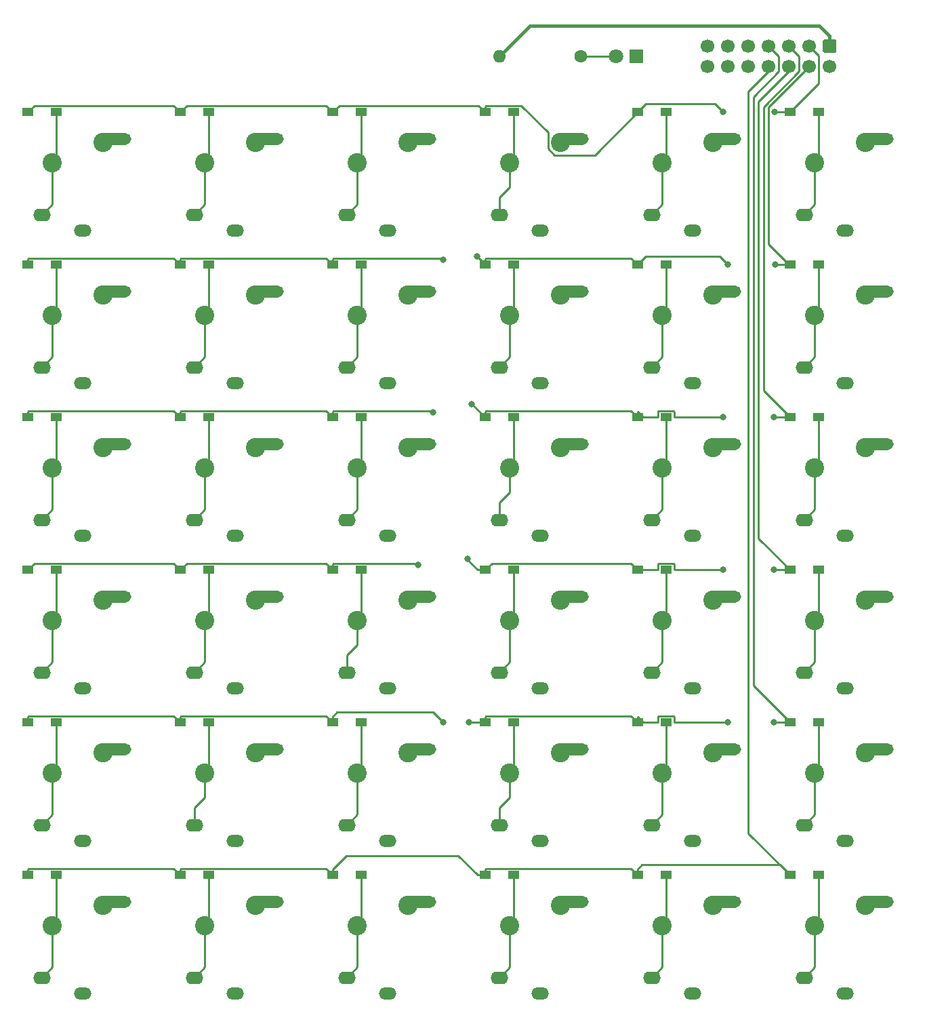
<source format=gbr>
%TF.GenerationSoftware,KiCad,Pcbnew,(5.1.10-1-10_14)*%
%TF.CreationDate,2021-11-08T13:37:15+08:00*%
%TF.ProjectId,Pragmatic,50726167-6d61-4746-9963-2e6b69636164,rev?*%
%TF.SameCoordinates,Original*%
%TF.FileFunction,Copper,L2,Bot*%
%TF.FilePolarity,Positive*%
%FSLAX46Y46*%
G04 Gerber Fmt 4.6, Leading zero omitted, Abs format (unit mm)*
G04 Created by KiCad (PCBNEW (5.1.10-1-10_14)) date 2021-11-08 13:37:15*
%MOMM*%
%LPD*%
G01*
G04 APERTURE LIST*
%TA.AperFunction,ComponentPad*%
%ADD10C,2.400000*%
%TD*%
%TA.AperFunction,ComponentPad*%
%ADD11O,2.200000X1.600000*%
%TD*%
%TA.AperFunction,ComponentPad*%
%ADD12O,2.200000X1.500000*%
%TD*%
%TA.AperFunction,SMDPad,CuDef*%
%ADD13R,1.400000X1.000000*%
%TD*%
%TA.AperFunction,ComponentPad*%
%ADD14O,1.600000X1.600000*%
%TD*%
%TA.AperFunction,ComponentPad*%
%ADD15C,1.600000*%
%TD*%
%TA.AperFunction,ComponentPad*%
%ADD16C,1.700000*%
%TD*%
%TA.AperFunction,ComponentPad*%
%ADD17C,1.800000*%
%TD*%
%TA.AperFunction,ComponentPad*%
%ADD18R,1.800000X1.800000*%
%TD*%
%TA.AperFunction,ViaPad*%
%ADD19C,0.800000*%
%TD*%
%TA.AperFunction,Conductor*%
%ADD20C,0.250000*%
%TD*%
%TA.AperFunction,Conductor*%
%ADD21C,0.400000*%
%TD*%
G04 APERTURE END LIST*
D10*
%TO.P,SW10,2*%
%TO.N,Col10*%
X116840000Y-71120000D03*
%TA.AperFunction,ComponentPad*%
G36*
G01*
X116000126Y-70678797D02*
X116000126Y-70678797D01*
G75*
G02*
X116743552Y-69922281I749971J6545D01*
G01*
X119643442Y-69896975D01*
G75*
G02*
X120399958Y-70640401I6545J-749971D01*
G01*
X120399958Y-70640401D01*
G75*
G02*
X119656532Y-71396917I-749971J-6545D01*
G01*
X116756642Y-71422223D01*
G75*
G02*
X116000126Y-70678797I-6545J749971D01*
G01*
G37*
%TD.AperFunction*%
D11*
%TO.P,SW10,1*%
%TO.N,Net-(D10-Pad2)*%
X109200000Y-80100000D03*
D12*
%TO.P,SW10,2*%
%TO.N,Col10*%
X114300000Y-82100000D03*
D10*
%TO.P,SW10,1*%
%TO.N,Net-(D10-Pad2)*%
X110490000Y-73660000D03*
%TD*%
%TO.P,SW36,2*%
%TO.N,Col12*%
X154940000Y-147320000D03*
%TA.AperFunction,ComponentPad*%
G36*
G01*
X154100126Y-146878797D02*
X154100126Y-146878797D01*
G75*
G02*
X154843552Y-146122281I749971J6545D01*
G01*
X157743442Y-146096975D01*
G75*
G02*
X158499958Y-146840401I6545J-749971D01*
G01*
X158499958Y-146840401D01*
G75*
G02*
X157756532Y-147596917I-749971J-6545D01*
G01*
X154856642Y-147622223D01*
G75*
G02*
X154100126Y-146878797I-6545J749971D01*
G01*
G37*
%TD.AperFunction*%
D11*
%TO.P,SW36,1*%
%TO.N,Net-(D36-Pad2)*%
X147300000Y-156300000D03*
D12*
%TO.P,SW36,2*%
%TO.N,Col12*%
X152400000Y-158300000D03*
D10*
%TO.P,SW36,1*%
%TO.N,Net-(D36-Pad2)*%
X148590000Y-149860000D03*
%TD*%
%TO.P,SW3,2*%
%TO.N,Col9*%
X97790000Y-52070000D03*
%TA.AperFunction,ComponentPad*%
G36*
G01*
X96950126Y-51628797D02*
X96950126Y-51628797D01*
G75*
G02*
X97693552Y-50872281I749971J6545D01*
G01*
X100593442Y-50846975D01*
G75*
G02*
X101349958Y-51590401I6545J-749971D01*
G01*
X101349958Y-51590401D01*
G75*
G02*
X100606532Y-52346917I-749971J-6545D01*
G01*
X97706642Y-52372223D01*
G75*
G02*
X96950126Y-51628797I-6545J749971D01*
G01*
G37*
%TD.AperFunction*%
D11*
%TO.P,SW3,1*%
%TO.N,Net-(D3-Pad2)*%
X90150000Y-61050000D03*
D12*
%TO.P,SW3,2*%
%TO.N,Col9*%
X95250000Y-63050000D03*
D10*
%TO.P,SW3,1*%
%TO.N,Net-(D3-Pad2)*%
X91440000Y-54610000D03*
%TD*%
D13*
%TO.P,D6,2*%
%TO.N,Net-(D6-Pad2)*%
X149095000Y-48260000D03*
%TO.P,D6,1*%
%TO.N,Row1*%
X145545000Y-48260000D03*
%TD*%
D10*
%TO.P,SW2,2*%
%TO.N,Col8*%
X78740000Y-52070000D03*
%TA.AperFunction,ComponentPad*%
G36*
G01*
X77900126Y-51628797D02*
X77900126Y-51628797D01*
G75*
G02*
X78643552Y-50872281I749971J6545D01*
G01*
X81543442Y-50846975D01*
G75*
G02*
X82299958Y-51590401I6545J-749971D01*
G01*
X82299958Y-51590401D01*
G75*
G02*
X81556532Y-52346917I-749971J-6545D01*
G01*
X78656642Y-52372223D01*
G75*
G02*
X77900126Y-51628797I-6545J749971D01*
G01*
G37*
%TD.AperFunction*%
D11*
%TO.P,SW2,1*%
%TO.N,Net-(D2-Pad2)*%
X71100000Y-61050000D03*
D12*
%TO.P,SW2,2*%
%TO.N,Col8*%
X76200000Y-63050000D03*
D10*
%TO.P,SW2,1*%
%TO.N,Net-(D2-Pad2)*%
X72390000Y-54610000D03*
%TD*%
%TO.P,SW29,2*%
%TO.N,Col11*%
X135890000Y-128270000D03*
%TA.AperFunction,ComponentPad*%
G36*
G01*
X135050126Y-127828797D02*
X135050126Y-127828797D01*
G75*
G02*
X135793552Y-127072281I749971J6545D01*
G01*
X138693442Y-127046975D01*
G75*
G02*
X139449958Y-127790401I6545J-749971D01*
G01*
X139449958Y-127790401D01*
G75*
G02*
X138706532Y-128546917I-749971J-6545D01*
G01*
X135806642Y-128572223D01*
G75*
G02*
X135050126Y-127828797I-6545J749971D01*
G01*
G37*
%TD.AperFunction*%
D11*
%TO.P,SW29,1*%
%TO.N,Net-(D29-Pad2)*%
X128250000Y-137250000D03*
D12*
%TO.P,SW29,2*%
%TO.N,Col11*%
X133350000Y-139250000D03*
D10*
%TO.P,SW29,1*%
%TO.N,Net-(D29-Pad2)*%
X129540000Y-130810000D03*
%TD*%
%TO.P,SW28,2*%
%TO.N,Col10*%
X116840000Y-128270000D03*
%TA.AperFunction,ComponentPad*%
G36*
G01*
X116000126Y-127828797D02*
X116000126Y-127828797D01*
G75*
G02*
X116743552Y-127072281I749971J6545D01*
G01*
X119643442Y-127046975D01*
G75*
G02*
X120399958Y-127790401I6545J-749971D01*
G01*
X120399958Y-127790401D01*
G75*
G02*
X119656532Y-128546917I-749971J-6545D01*
G01*
X116756642Y-128572223D01*
G75*
G02*
X116000126Y-127828797I-6545J749971D01*
G01*
G37*
%TD.AperFunction*%
D11*
%TO.P,SW28,1*%
%TO.N,Net-(D28-Pad2)*%
X109200000Y-137250000D03*
D12*
%TO.P,SW28,2*%
%TO.N,Col10*%
X114300000Y-139250000D03*
D10*
%TO.P,SW28,1*%
%TO.N,Net-(D28-Pad2)*%
X110490000Y-130810000D03*
%TD*%
%TO.P,SW24,2*%
%TO.N,Col12*%
X154940000Y-109220000D03*
%TA.AperFunction,ComponentPad*%
G36*
G01*
X154100126Y-108778797D02*
X154100126Y-108778797D01*
G75*
G02*
X154843552Y-108022281I749971J6545D01*
G01*
X157743442Y-107996975D01*
G75*
G02*
X158499958Y-108740401I6545J-749971D01*
G01*
X158499958Y-108740401D01*
G75*
G02*
X157756532Y-109496917I-749971J-6545D01*
G01*
X154856642Y-109522223D01*
G75*
G02*
X154100126Y-108778797I-6545J749971D01*
G01*
G37*
%TD.AperFunction*%
D11*
%TO.P,SW24,1*%
%TO.N,Net-(D24-Pad2)*%
X147300000Y-118200000D03*
D12*
%TO.P,SW24,2*%
%TO.N,Col12*%
X152400000Y-120200000D03*
D10*
%TO.P,SW24,1*%
%TO.N,Net-(D24-Pad2)*%
X148590000Y-111760000D03*
%TD*%
D13*
%TO.P,D3,2*%
%TO.N,Net-(D3-Pad2)*%
X91945000Y-48260000D03*
%TO.P,D3,1*%
%TO.N,Row1*%
X88395000Y-48260000D03*
%TD*%
%TO.P,D2,2*%
%TO.N,Net-(D2-Pad2)*%
X72895000Y-48260000D03*
%TO.P,D2,1*%
%TO.N,Row1*%
X69345000Y-48260000D03*
%TD*%
D10*
%TO.P,SW35,2*%
%TO.N,Col11*%
X135890000Y-147320000D03*
%TA.AperFunction,ComponentPad*%
G36*
G01*
X135050126Y-146878797D02*
X135050126Y-146878797D01*
G75*
G02*
X135793552Y-146122281I749971J6545D01*
G01*
X138693442Y-146096975D01*
G75*
G02*
X139449958Y-146840401I6545J-749971D01*
G01*
X139449958Y-146840401D01*
G75*
G02*
X138706532Y-147596917I-749971J-6545D01*
G01*
X135806642Y-147622223D01*
G75*
G02*
X135050126Y-146878797I-6545J749971D01*
G01*
G37*
%TD.AperFunction*%
D11*
%TO.P,SW35,1*%
%TO.N,Net-(D35-Pad2)*%
X128250000Y-156300000D03*
D12*
%TO.P,SW35,2*%
%TO.N,Col11*%
X133350000Y-158300000D03*
D10*
%TO.P,SW35,1*%
%TO.N,Net-(D35-Pad2)*%
X129540000Y-149860000D03*
%TD*%
%TO.P,SW34,2*%
%TO.N,Col10*%
X116840000Y-147320000D03*
%TA.AperFunction,ComponentPad*%
G36*
G01*
X116000126Y-146878797D02*
X116000126Y-146878797D01*
G75*
G02*
X116743552Y-146122281I749971J6545D01*
G01*
X119643442Y-146096975D01*
G75*
G02*
X120399958Y-146840401I6545J-749971D01*
G01*
X120399958Y-146840401D01*
G75*
G02*
X119656532Y-147596917I-749971J-6545D01*
G01*
X116756642Y-147622223D01*
G75*
G02*
X116000126Y-146878797I-6545J749971D01*
G01*
G37*
%TD.AperFunction*%
D11*
%TO.P,SW34,1*%
%TO.N,Net-(D34-Pad2)*%
X109200000Y-156300000D03*
D12*
%TO.P,SW34,2*%
%TO.N,Col10*%
X114300000Y-158300000D03*
D10*
%TO.P,SW34,1*%
%TO.N,Net-(D34-Pad2)*%
X110490000Y-149860000D03*
%TD*%
%TO.P,SW33,2*%
%TO.N,Col9*%
X97790000Y-147320000D03*
%TA.AperFunction,ComponentPad*%
G36*
G01*
X96950126Y-146878797D02*
X96950126Y-146878797D01*
G75*
G02*
X97693552Y-146122281I749971J6545D01*
G01*
X100593442Y-146096975D01*
G75*
G02*
X101349958Y-146840401I6545J-749971D01*
G01*
X101349958Y-146840401D01*
G75*
G02*
X100606532Y-147596917I-749971J-6545D01*
G01*
X97706642Y-147622223D01*
G75*
G02*
X96950126Y-146878797I-6545J749971D01*
G01*
G37*
%TD.AperFunction*%
D11*
%TO.P,SW33,1*%
%TO.N,Net-(D33-Pad2)*%
X90150000Y-156300000D03*
D12*
%TO.P,SW33,2*%
%TO.N,Col9*%
X95250000Y-158300000D03*
D10*
%TO.P,SW33,1*%
%TO.N,Net-(D33-Pad2)*%
X91440000Y-149860000D03*
%TD*%
%TO.P,SW32,2*%
%TO.N,Col8*%
X78740000Y-147320000D03*
%TA.AperFunction,ComponentPad*%
G36*
G01*
X77900126Y-146878797D02*
X77900126Y-146878797D01*
G75*
G02*
X78643552Y-146122281I749971J6545D01*
G01*
X81543442Y-146096975D01*
G75*
G02*
X82299958Y-146840401I6545J-749971D01*
G01*
X82299958Y-146840401D01*
G75*
G02*
X81556532Y-147596917I-749971J-6545D01*
G01*
X78656642Y-147622223D01*
G75*
G02*
X77900126Y-146878797I-6545J749971D01*
G01*
G37*
%TD.AperFunction*%
D11*
%TO.P,SW32,1*%
%TO.N,Net-(D32-Pad2)*%
X71100000Y-156300000D03*
D12*
%TO.P,SW32,2*%
%TO.N,Col8*%
X76200000Y-158300000D03*
D10*
%TO.P,SW32,1*%
%TO.N,Net-(D32-Pad2)*%
X72390000Y-149860000D03*
%TD*%
%TO.P,SW31,2*%
%TO.N,Col7*%
X59690000Y-147320000D03*
%TA.AperFunction,ComponentPad*%
G36*
G01*
X58850126Y-146878797D02*
X58850126Y-146878797D01*
G75*
G02*
X59593552Y-146122281I749971J6545D01*
G01*
X62493442Y-146096975D01*
G75*
G02*
X63249958Y-146840401I6545J-749971D01*
G01*
X63249958Y-146840401D01*
G75*
G02*
X62506532Y-147596917I-749971J-6545D01*
G01*
X59606642Y-147622223D01*
G75*
G02*
X58850126Y-146878797I-6545J749971D01*
G01*
G37*
%TD.AperFunction*%
D11*
%TO.P,SW31,1*%
%TO.N,Net-(D31-Pad2)*%
X52050000Y-156300000D03*
D12*
%TO.P,SW31,2*%
%TO.N,Col7*%
X57150000Y-158300000D03*
D10*
%TO.P,SW31,1*%
%TO.N,Net-(D31-Pad2)*%
X53340000Y-149860000D03*
%TD*%
%TO.P,SW30,2*%
%TO.N,Col12*%
X154940000Y-128270000D03*
%TA.AperFunction,ComponentPad*%
G36*
G01*
X154100126Y-127828797D02*
X154100126Y-127828797D01*
G75*
G02*
X154843552Y-127072281I749971J6545D01*
G01*
X157743442Y-127046975D01*
G75*
G02*
X158499958Y-127790401I6545J-749971D01*
G01*
X158499958Y-127790401D01*
G75*
G02*
X157756532Y-128546917I-749971J-6545D01*
G01*
X154856642Y-128572223D01*
G75*
G02*
X154100126Y-127828797I-6545J749971D01*
G01*
G37*
%TD.AperFunction*%
D11*
%TO.P,SW30,1*%
%TO.N,Net-(D30-Pad2)*%
X147300000Y-137250000D03*
D12*
%TO.P,SW30,2*%
%TO.N,Col12*%
X152400000Y-139250000D03*
D10*
%TO.P,SW30,1*%
%TO.N,Net-(D30-Pad2)*%
X148590000Y-130810000D03*
%TD*%
%TO.P,SW27,2*%
%TO.N,Col9*%
X97790000Y-128270000D03*
%TA.AperFunction,ComponentPad*%
G36*
G01*
X96950126Y-127828797D02*
X96950126Y-127828797D01*
G75*
G02*
X97693552Y-127072281I749971J6545D01*
G01*
X100593442Y-127046975D01*
G75*
G02*
X101349958Y-127790401I6545J-749971D01*
G01*
X101349958Y-127790401D01*
G75*
G02*
X100606532Y-128546917I-749971J-6545D01*
G01*
X97706642Y-128572223D01*
G75*
G02*
X96950126Y-127828797I-6545J749971D01*
G01*
G37*
%TD.AperFunction*%
D11*
%TO.P,SW27,1*%
%TO.N,Net-(D27-Pad2)*%
X90150000Y-137250000D03*
D12*
%TO.P,SW27,2*%
%TO.N,Col9*%
X95250000Y-139250000D03*
D10*
%TO.P,SW27,1*%
%TO.N,Net-(D27-Pad2)*%
X91440000Y-130810000D03*
%TD*%
%TO.P,SW26,2*%
%TO.N,Col8*%
X78740000Y-128270000D03*
%TA.AperFunction,ComponentPad*%
G36*
G01*
X77900126Y-127828797D02*
X77900126Y-127828797D01*
G75*
G02*
X78643552Y-127072281I749971J6545D01*
G01*
X81543442Y-127046975D01*
G75*
G02*
X82299958Y-127790401I6545J-749971D01*
G01*
X82299958Y-127790401D01*
G75*
G02*
X81556532Y-128546917I-749971J-6545D01*
G01*
X78656642Y-128572223D01*
G75*
G02*
X77900126Y-127828797I-6545J749971D01*
G01*
G37*
%TD.AperFunction*%
D11*
%TO.P,SW26,1*%
%TO.N,Net-(D26-Pad2)*%
X71100000Y-137250000D03*
D12*
%TO.P,SW26,2*%
%TO.N,Col8*%
X76200000Y-139250000D03*
D10*
%TO.P,SW26,1*%
%TO.N,Net-(D26-Pad2)*%
X72390000Y-130810000D03*
%TD*%
%TO.P,SW25,2*%
%TO.N,Col7*%
X59690000Y-128270000D03*
%TA.AperFunction,ComponentPad*%
G36*
G01*
X58850126Y-127828797D02*
X58850126Y-127828797D01*
G75*
G02*
X59593552Y-127072281I749971J6545D01*
G01*
X62493442Y-127046975D01*
G75*
G02*
X63249958Y-127790401I6545J-749971D01*
G01*
X63249958Y-127790401D01*
G75*
G02*
X62506532Y-128546917I-749971J-6545D01*
G01*
X59606642Y-128572223D01*
G75*
G02*
X58850126Y-127828797I-6545J749971D01*
G01*
G37*
%TD.AperFunction*%
D11*
%TO.P,SW25,1*%
%TO.N,Net-(D25-Pad2)*%
X52050000Y-137250000D03*
D12*
%TO.P,SW25,2*%
%TO.N,Col7*%
X57150000Y-139250000D03*
D10*
%TO.P,SW25,1*%
%TO.N,Net-(D25-Pad2)*%
X53340000Y-130810000D03*
%TD*%
%TO.P,SW23,2*%
%TO.N,Col11*%
X135890000Y-109220000D03*
%TA.AperFunction,ComponentPad*%
G36*
G01*
X135050126Y-108778797D02*
X135050126Y-108778797D01*
G75*
G02*
X135793552Y-108022281I749971J6545D01*
G01*
X138693442Y-107996975D01*
G75*
G02*
X139449958Y-108740401I6545J-749971D01*
G01*
X139449958Y-108740401D01*
G75*
G02*
X138706532Y-109496917I-749971J-6545D01*
G01*
X135806642Y-109522223D01*
G75*
G02*
X135050126Y-108778797I-6545J749971D01*
G01*
G37*
%TD.AperFunction*%
D11*
%TO.P,SW23,1*%
%TO.N,Net-(D23-Pad2)*%
X128250000Y-118200000D03*
D12*
%TO.P,SW23,2*%
%TO.N,Col11*%
X133350000Y-120200000D03*
D10*
%TO.P,SW23,1*%
%TO.N,Net-(D23-Pad2)*%
X129540000Y-111760000D03*
%TD*%
%TO.P,SW22,2*%
%TO.N,Col10*%
X116840000Y-109220000D03*
%TA.AperFunction,ComponentPad*%
G36*
G01*
X116000126Y-108778797D02*
X116000126Y-108778797D01*
G75*
G02*
X116743552Y-108022281I749971J6545D01*
G01*
X119643442Y-107996975D01*
G75*
G02*
X120399958Y-108740401I6545J-749971D01*
G01*
X120399958Y-108740401D01*
G75*
G02*
X119656532Y-109496917I-749971J-6545D01*
G01*
X116756642Y-109522223D01*
G75*
G02*
X116000126Y-108778797I-6545J749971D01*
G01*
G37*
%TD.AperFunction*%
D11*
%TO.P,SW22,1*%
%TO.N,Net-(D22-Pad2)*%
X109200000Y-118200000D03*
D12*
%TO.P,SW22,2*%
%TO.N,Col10*%
X114300000Y-120200000D03*
D10*
%TO.P,SW22,1*%
%TO.N,Net-(D22-Pad2)*%
X110490000Y-111760000D03*
%TD*%
%TO.P,SW21,2*%
%TO.N,Col9*%
X97790000Y-109220000D03*
%TA.AperFunction,ComponentPad*%
G36*
G01*
X96950126Y-108778797D02*
X96950126Y-108778797D01*
G75*
G02*
X97693552Y-108022281I749971J6545D01*
G01*
X100593442Y-107996975D01*
G75*
G02*
X101349958Y-108740401I6545J-749971D01*
G01*
X101349958Y-108740401D01*
G75*
G02*
X100606532Y-109496917I-749971J-6545D01*
G01*
X97706642Y-109522223D01*
G75*
G02*
X96950126Y-108778797I-6545J749971D01*
G01*
G37*
%TD.AperFunction*%
D11*
%TO.P,SW21,1*%
%TO.N,Net-(D21-Pad2)*%
X90150000Y-118200000D03*
D12*
%TO.P,SW21,2*%
%TO.N,Col9*%
X95250000Y-120200000D03*
D10*
%TO.P,SW21,1*%
%TO.N,Net-(D21-Pad2)*%
X91440000Y-111760000D03*
%TD*%
%TO.P,SW20,2*%
%TO.N,Col8*%
X78740000Y-109220000D03*
%TA.AperFunction,ComponentPad*%
G36*
G01*
X77900126Y-108778797D02*
X77900126Y-108778797D01*
G75*
G02*
X78643552Y-108022281I749971J6545D01*
G01*
X81543442Y-107996975D01*
G75*
G02*
X82299958Y-108740401I6545J-749971D01*
G01*
X82299958Y-108740401D01*
G75*
G02*
X81556532Y-109496917I-749971J-6545D01*
G01*
X78656642Y-109522223D01*
G75*
G02*
X77900126Y-108778797I-6545J749971D01*
G01*
G37*
%TD.AperFunction*%
D11*
%TO.P,SW20,1*%
%TO.N,Net-(D20-Pad2)*%
X71100000Y-118200000D03*
D12*
%TO.P,SW20,2*%
%TO.N,Col8*%
X76200000Y-120200000D03*
D10*
%TO.P,SW20,1*%
%TO.N,Net-(D20-Pad2)*%
X72390000Y-111760000D03*
%TD*%
%TO.P,SW19,2*%
%TO.N,Col7*%
X59690000Y-109220000D03*
%TA.AperFunction,ComponentPad*%
G36*
G01*
X58850126Y-108778797D02*
X58850126Y-108778797D01*
G75*
G02*
X59593552Y-108022281I749971J6545D01*
G01*
X62493442Y-107996975D01*
G75*
G02*
X63249958Y-108740401I6545J-749971D01*
G01*
X63249958Y-108740401D01*
G75*
G02*
X62506532Y-109496917I-749971J-6545D01*
G01*
X59606642Y-109522223D01*
G75*
G02*
X58850126Y-108778797I-6545J749971D01*
G01*
G37*
%TD.AperFunction*%
D11*
%TO.P,SW19,1*%
%TO.N,Net-(D19-Pad2)*%
X52050000Y-118200000D03*
D12*
%TO.P,SW19,2*%
%TO.N,Col7*%
X57150000Y-120200000D03*
D10*
%TO.P,SW19,1*%
%TO.N,Net-(D19-Pad2)*%
X53340000Y-111760000D03*
%TD*%
%TO.P,SW18,2*%
%TO.N,Col12*%
X154940000Y-90170000D03*
%TA.AperFunction,ComponentPad*%
G36*
G01*
X154100126Y-89728797D02*
X154100126Y-89728797D01*
G75*
G02*
X154843552Y-88972281I749971J6545D01*
G01*
X157743442Y-88946975D01*
G75*
G02*
X158499958Y-89690401I6545J-749971D01*
G01*
X158499958Y-89690401D01*
G75*
G02*
X157756532Y-90446917I-749971J-6545D01*
G01*
X154856642Y-90472223D01*
G75*
G02*
X154100126Y-89728797I-6545J749971D01*
G01*
G37*
%TD.AperFunction*%
D11*
%TO.P,SW18,1*%
%TO.N,Net-(D18-Pad2)*%
X147300000Y-99150000D03*
D12*
%TO.P,SW18,2*%
%TO.N,Col12*%
X152400000Y-101150000D03*
D10*
%TO.P,SW18,1*%
%TO.N,Net-(D18-Pad2)*%
X148590000Y-92710000D03*
%TD*%
%TO.P,SW17,2*%
%TO.N,Col11*%
X135890000Y-90170000D03*
%TA.AperFunction,ComponentPad*%
G36*
G01*
X135050126Y-89728797D02*
X135050126Y-89728797D01*
G75*
G02*
X135793552Y-88972281I749971J6545D01*
G01*
X138693442Y-88946975D01*
G75*
G02*
X139449958Y-89690401I6545J-749971D01*
G01*
X139449958Y-89690401D01*
G75*
G02*
X138706532Y-90446917I-749971J-6545D01*
G01*
X135806642Y-90472223D01*
G75*
G02*
X135050126Y-89728797I-6545J749971D01*
G01*
G37*
%TD.AperFunction*%
D11*
%TO.P,SW17,1*%
%TO.N,Net-(D17-Pad2)*%
X128250000Y-99150000D03*
D12*
%TO.P,SW17,2*%
%TO.N,Col11*%
X133350000Y-101150000D03*
D10*
%TO.P,SW17,1*%
%TO.N,Net-(D17-Pad2)*%
X129540000Y-92710000D03*
%TD*%
%TO.P,SW16,2*%
%TO.N,Col10*%
X116840000Y-90170000D03*
%TA.AperFunction,ComponentPad*%
G36*
G01*
X116000126Y-89728797D02*
X116000126Y-89728797D01*
G75*
G02*
X116743552Y-88972281I749971J6545D01*
G01*
X119643442Y-88946975D01*
G75*
G02*
X120399958Y-89690401I6545J-749971D01*
G01*
X120399958Y-89690401D01*
G75*
G02*
X119656532Y-90446917I-749971J-6545D01*
G01*
X116756642Y-90472223D01*
G75*
G02*
X116000126Y-89728797I-6545J749971D01*
G01*
G37*
%TD.AperFunction*%
D11*
%TO.P,SW16,1*%
%TO.N,Net-(D16-Pad2)*%
X109200000Y-99150000D03*
D12*
%TO.P,SW16,2*%
%TO.N,Col10*%
X114300000Y-101150000D03*
D10*
%TO.P,SW16,1*%
%TO.N,Net-(D16-Pad2)*%
X110490000Y-92710000D03*
%TD*%
%TO.P,SW15,2*%
%TO.N,Col9*%
X97790000Y-90170000D03*
%TA.AperFunction,ComponentPad*%
G36*
G01*
X96950126Y-89728797D02*
X96950126Y-89728797D01*
G75*
G02*
X97693552Y-88972281I749971J6545D01*
G01*
X100593442Y-88946975D01*
G75*
G02*
X101349958Y-89690401I6545J-749971D01*
G01*
X101349958Y-89690401D01*
G75*
G02*
X100606532Y-90446917I-749971J-6545D01*
G01*
X97706642Y-90472223D01*
G75*
G02*
X96950126Y-89728797I-6545J749971D01*
G01*
G37*
%TD.AperFunction*%
D11*
%TO.P,SW15,1*%
%TO.N,Net-(D15-Pad2)*%
X90150000Y-99150000D03*
D12*
%TO.P,SW15,2*%
%TO.N,Col9*%
X95250000Y-101150000D03*
D10*
%TO.P,SW15,1*%
%TO.N,Net-(D15-Pad2)*%
X91440000Y-92710000D03*
%TD*%
%TO.P,SW14,2*%
%TO.N,Col8*%
X78740000Y-90170000D03*
%TA.AperFunction,ComponentPad*%
G36*
G01*
X77900126Y-89728797D02*
X77900126Y-89728797D01*
G75*
G02*
X78643552Y-88972281I749971J6545D01*
G01*
X81543442Y-88946975D01*
G75*
G02*
X82299958Y-89690401I6545J-749971D01*
G01*
X82299958Y-89690401D01*
G75*
G02*
X81556532Y-90446917I-749971J-6545D01*
G01*
X78656642Y-90472223D01*
G75*
G02*
X77900126Y-89728797I-6545J749971D01*
G01*
G37*
%TD.AperFunction*%
D11*
%TO.P,SW14,1*%
%TO.N,Net-(D14-Pad2)*%
X71100000Y-99150000D03*
D12*
%TO.P,SW14,2*%
%TO.N,Col8*%
X76200000Y-101150000D03*
D10*
%TO.P,SW14,1*%
%TO.N,Net-(D14-Pad2)*%
X72390000Y-92710000D03*
%TD*%
%TO.P,SW13,2*%
%TO.N,Col7*%
X59690000Y-90170000D03*
%TA.AperFunction,ComponentPad*%
G36*
G01*
X58850126Y-89728797D02*
X58850126Y-89728797D01*
G75*
G02*
X59593552Y-88972281I749971J6545D01*
G01*
X62493442Y-88946975D01*
G75*
G02*
X63249958Y-89690401I6545J-749971D01*
G01*
X63249958Y-89690401D01*
G75*
G02*
X62506532Y-90446917I-749971J-6545D01*
G01*
X59606642Y-90472223D01*
G75*
G02*
X58850126Y-89728797I-6545J749971D01*
G01*
G37*
%TD.AperFunction*%
D11*
%TO.P,SW13,1*%
%TO.N,Net-(D13-Pad2)*%
X52050000Y-99150000D03*
D12*
%TO.P,SW13,2*%
%TO.N,Col7*%
X57150000Y-101150000D03*
D10*
%TO.P,SW13,1*%
%TO.N,Net-(D13-Pad2)*%
X53340000Y-92710000D03*
%TD*%
%TO.P,SW12,2*%
%TO.N,Col12*%
X154940000Y-71120000D03*
%TA.AperFunction,ComponentPad*%
G36*
G01*
X154100126Y-70678797D02*
X154100126Y-70678797D01*
G75*
G02*
X154843552Y-69922281I749971J6545D01*
G01*
X157743442Y-69896975D01*
G75*
G02*
X158499958Y-70640401I6545J-749971D01*
G01*
X158499958Y-70640401D01*
G75*
G02*
X157756532Y-71396917I-749971J-6545D01*
G01*
X154856642Y-71422223D01*
G75*
G02*
X154100126Y-70678797I-6545J749971D01*
G01*
G37*
%TD.AperFunction*%
D11*
%TO.P,SW12,1*%
%TO.N,Net-(D12-Pad2)*%
X147300000Y-80100000D03*
D12*
%TO.P,SW12,2*%
%TO.N,Col12*%
X152400000Y-82100000D03*
D10*
%TO.P,SW12,1*%
%TO.N,Net-(D12-Pad2)*%
X148590000Y-73660000D03*
%TD*%
%TO.P,SW11,2*%
%TO.N,Col11*%
X135890000Y-71120000D03*
%TA.AperFunction,ComponentPad*%
G36*
G01*
X135050126Y-70678797D02*
X135050126Y-70678797D01*
G75*
G02*
X135793552Y-69922281I749971J6545D01*
G01*
X138693442Y-69896975D01*
G75*
G02*
X139449958Y-70640401I6545J-749971D01*
G01*
X139449958Y-70640401D01*
G75*
G02*
X138706532Y-71396917I-749971J-6545D01*
G01*
X135806642Y-71422223D01*
G75*
G02*
X135050126Y-70678797I-6545J749971D01*
G01*
G37*
%TD.AperFunction*%
D11*
%TO.P,SW11,1*%
%TO.N,Net-(D11-Pad2)*%
X128250000Y-80100000D03*
D12*
%TO.P,SW11,2*%
%TO.N,Col11*%
X133350000Y-82100000D03*
D10*
%TO.P,SW11,1*%
%TO.N,Net-(D11-Pad2)*%
X129540000Y-73660000D03*
%TD*%
%TO.P,SW9,2*%
%TO.N,Col9*%
X97790000Y-71120000D03*
%TA.AperFunction,ComponentPad*%
G36*
G01*
X96950126Y-70678797D02*
X96950126Y-70678797D01*
G75*
G02*
X97693552Y-69922281I749971J6545D01*
G01*
X100593442Y-69896975D01*
G75*
G02*
X101349958Y-70640401I6545J-749971D01*
G01*
X101349958Y-70640401D01*
G75*
G02*
X100606532Y-71396917I-749971J-6545D01*
G01*
X97706642Y-71422223D01*
G75*
G02*
X96950126Y-70678797I-6545J749971D01*
G01*
G37*
%TD.AperFunction*%
D11*
%TO.P,SW9,1*%
%TO.N,Net-(D9-Pad2)*%
X90150000Y-80100000D03*
D12*
%TO.P,SW9,2*%
%TO.N,Col9*%
X95250000Y-82100000D03*
D10*
%TO.P,SW9,1*%
%TO.N,Net-(D9-Pad2)*%
X91440000Y-73660000D03*
%TD*%
%TO.P,SW8,2*%
%TO.N,Col8*%
X78740000Y-71120000D03*
%TA.AperFunction,ComponentPad*%
G36*
G01*
X77900126Y-70678797D02*
X77900126Y-70678797D01*
G75*
G02*
X78643552Y-69922281I749971J6545D01*
G01*
X81543442Y-69896975D01*
G75*
G02*
X82299958Y-70640401I6545J-749971D01*
G01*
X82299958Y-70640401D01*
G75*
G02*
X81556532Y-71396917I-749971J-6545D01*
G01*
X78656642Y-71422223D01*
G75*
G02*
X77900126Y-70678797I-6545J749971D01*
G01*
G37*
%TD.AperFunction*%
D11*
%TO.P,SW8,1*%
%TO.N,Net-(D8-Pad2)*%
X71100000Y-80100000D03*
D12*
%TO.P,SW8,2*%
%TO.N,Col8*%
X76200000Y-82100000D03*
D10*
%TO.P,SW8,1*%
%TO.N,Net-(D8-Pad2)*%
X72390000Y-73660000D03*
%TD*%
%TO.P,SW7,2*%
%TO.N,Col7*%
X59690000Y-71120000D03*
%TA.AperFunction,ComponentPad*%
G36*
G01*
X58850126Y-70678797D02*
X58850126Y-70678797D01*
G75*
G02*
X59593552Y-69922281I749971J6545D01*
G01*
X62493442Y-69896975D01*
G75*
G02*
X63249958Y-70640401I6545J-749971D01*
G01*
X63249958Y-70640401D01*
G75*
G02*
X62506532Y-71396917I-749971J-6545D01*
G01*
X59606642Y-71422223D01*
G75*
G02*
X58850126Y-70678797I-6545J749971D01*
G01*
G37*
%TD.AperFunction*%
D11*
%TO.P,SW7,1*%
%TO.N,Net-(D7-Pad2)*%
X52050000Y-80100000D03*
D12*
%TO.P,SW7,2*%
%TO.N,Col7*%
X57150000Y-82100000D03*
D10*
%TO.P,SW7,1*%
%TO.N,Net-(D7-Pad2)*%
X53340000Y-73660000D03*
%TD*%
%TO.P,SW6,2*%
%TO.N,Col12*%
X154940000Y-52070000D03*
%TA.AperFunction,ComponentPad*%
G36*
G01*
X154100126Y-51628797D02*
X154100126Y-51628797D01*
G75*
G02*
X154843552Y-50872281I749971J6545D01*
G01*
X157743442Y-50846975D01*
G75*
G02*
X158499958Y-51590401I6545J-749971D01*
G01*
X158499958Y-51590401D01*
G75*
G02*
X157756532Y-52346917I-749971J-6545D01*
G01*
X154856642Y-52372223D01*
G75*
G02*
X154100126Y-51628797I-6545J749971D01*
G01*
G37*
%TD.AperFunction*%
D11*
%TO.P,SW6,1*%
%TO.N,Net-(D6-Pad2)*%
X147300000Y-61050000D03*
D12*
%TO.P,SW6,2*%
%TO.N,Col12*%
X152400000Y-63050000D03*
D10*
%TO.P,SW6,1*%
%TO.N,Net-(D6-Pad2)*%
X148590000Y-54610000D03*
%TD*%
%TO.P,SW5,2*%
%TO.N,Col11*%
X135890000Y-52070000D03*
%TA.AperFunction,ComponentPad*%
G36*
G01*
X135050126Y-51628797D02*
X135050126Y-51628797D01*
G75*
G02*
X135793552Y-50872281I749971J6545D01*
G01*
X138693442Y-50846975D01*
G75*
G02*
X139449958Y-51590401I6545J-749971D01*
G01*
X139449958Y-51590401D01*
G75*
G02*
X138706532Y-52346917I-749971J-6545D01*
G01*
X135806642Y-52372223D01*
G75*
G02*
X135050126Y-51628797I-6545J749971D01*
G01*
G37*
%TD.AperFunction*%
D11*
%TO.P,SW5,1*%
%TO.N,Net-(D5-Pad2)*%
X128250000Y-61050000D03*
D12*
%TO.P,SW5,2*%
%TO.N,Col11*%
X133350000Y-63050000D03*
D10*
%TO.P,SW5,1*%
%TO.N,Net-(D5-Pad2)*%
X129540000Y-54610000D03*
%TD*%
%TO.P,SW4,2*%
%TO.N,Col10*%
X116840000Y-52070000D03*
%TA.AperFunction,ComponentPad*%
G36*
G01*
X116000126Y-51628797D02*
X116000126Y-51628797D01*
G75*
G02*
X116743552Y-50872281I749971J6545D01*
G01*
X119643442Y-50846975D01*
G75*
G02*
X120399958Y-51590401I6545J-749971D01*
G01*
X120399958Y-51590401D01*
G75*
G02*
X119656532Y-52346917I-749971J-6545D01*
G01*
X116756642Y-52372223D01*
G75*
G02*
X116000126Y-51628797I-6545J749971D01*
G01*
G37*
%TD.AperFunction*%
D11*
%TO.P,SW4,1*%
%TO.N,Net-(D4-Pad2)*%
X109200000Y-61050000D03*
D12*
%TO.P,SW4,2*%
%TO.N,Col10*%
X114300000Y-63050000D03*
D10*
%TO.P,SW4,1*%
%TO.N,Net-(D4-Pad2)*%
X110490000Y-54610000D03*
%TD*%
%TO.P,SW1,2*%
%TO.N,Col7*%
X59690000Y-52070000D03*
%TA.AperFunction,ComponentPad*%
G36*
G01*
X58850126Y-51628797D02*
X58850126Y-51628797D01*
G75*
G02*
X59593552Y-50872281I749971J6545D01*
G01*
X62493442Y-50846975D01*
G75*
G02*
X63249958Y-51590401I6545J-749971D01*
G01*
X63249958Y-51590401D01*
G75*
G02*
X62506532Y-52346917I-749971J-6545D01*
G01*
X59606642Y-52372223D01*
G75*
G02*
X58850126Y-51628797I-6545J749971D01*
G01*
G37*
%TD.AperFunction*%
D11*
%TO.P,SW1,1*%
%TO.N,Net-(D1-Pad2)*%
X52050000Y-61050000D03*
D12*
%TO.P,SW1,2*%
%TO.N,Col7*%
X57150000Y-63050000D03*
D10*
%TO.P,SW1,1*%
%TO.N,Net-(D1-Pad2)*%
X53340000Y-54610000D03*
%TD*%
D14*
%TO.P,R1,2*%
%TO.N,VCC*%
X109220000Y-41275000D03*
D15*
%TO.P,R1,1*%
%TO.N,Net-(D37-Pad2)*%
X119380000Y-41275000D03*
%TD*%
D16*
%TO.P,J1,14*%
%TO.N,Col12*%
X135255000Y-42545000D03*
%TO.P,J1,12*%
%TO.N,Col10*%
X137795000Y-42545000D03*
%TO.P,J1,10*%
%TO.N,Col8*%
X140335000Y-42545000D03*
%TO.P,J1,8*%
%TO.N,Row6*%
X142875000Y-42545000D03*
%TO.P,J1,6*%
%TO.N,Row4*%
X145415000Y-42545000D03*
%TO.P,J1,4*%
%TO.N,Row2*%
X147955000Y-42545000D03*
%TO.P,J1,2*%
%TO.N,Ground*%
X150495000Y-42545000D03*
%TO.P,J1,13*%
%TO.N,Col11*%
X135255000Y-40005000D03*
%TO.P,J1,11*%
%TO.N,Col9*%
X137795000Y-40005000D03*
%TO.P,J1,9*%
%TO.N,Col7*%
X140335000Y-40005000D03*
%TO.P,J1,7*%
%TO.N,Row5*%
X142875000Y-40005000D03*
%TO.P,J1,5*%
%TO.N,Row3*%
X145415000Y-40005000D03*
%TO.P,J1,3*%
%TO.N,Row1*%
X147955000Y-40005000D03*
%TO.P,J1,1*%
%TO.N,VCC*%
%TA.AperFunction,ComponentPad*%
G36*
G01*
X149895000Y-39155000D02*
X151095000Y-39155000D01*
G75*
G02*
X151345000Y-39405000I0J-250000D01*
G01*
X151345000Y-40605000D01*
G75*
G02*
X151095000Y-40855000I-250000J0D01*
G01*
X149895000Y-40855000D01*
G75*
G02*
X149645000Y-40605000I0J250000D01*
G01*
X149645000Y-39405000D01*
G75*
G02*
X149895000Y-39155000I250000J0D01*
G01*
G37*
%TD.AperFunction*%
%TD*%
D17*
%TO.P,D37,2*%
%TO.N,Net-(D37-Pad2)*%
X123825000Y-41275000D03*
D18*
%TO.P,D37,1*%
%TO.N,Ground*%
X126365000Y-41275000D03*
%TD*%
D13*
%TO.P,D36,2*%
%TO.N,Net-(D36-Pad2)*%
X149095000Y-143510000D03*
%TO.P,D36,1*%
%TO.N,Row6*%
X145545000Y-143510000D03*
%TD*%
%TO.P,D35,2*%
%TO.N,Net-(D35-Pad2)*%
X130045000Y-143510000D03*
%TO.P,D35,1*%
%TO.N,Row6*%
X126495000Y-143510000D03*
%TD*%
%TO.P,D34,2*%
%TO.N,Net-(D34-Pad2)*%
X110995000Y-143510000D03*
%TO.P,D34,1*%
%TO.N,Row6*%
X107445000Y-143510000D03*
%TD*%
%TO.P,D33,2*%
%TO.N,Net-(D33-Pad2)*%
X91945000Y-143510000D03*
%TO.P,D33,1*%
%TO.N,Row6*%
X88395000Y-143510000D03*
%TD*%
%TO.P,D32,2*%
%TO.N,Net-(D32-Pad2)*%
X72895000Y-143510000D03*
%TO.P,D32,1*%
%TO.N,Row6*%
X69345000Y-143510000D03*
%TD*%
%TO.P,D31,2*%
%TO.N,Net-(D31-Pad2)*%
X53845000Y-143510000D03*
%TO.P,D31,1*%
%TO.N,Row6*%
X50295000Y-143510000D03*
%TD*%
%TO.P,D30,2*%
%TO.N,Net-(D30-Pad2)*%
X149095000Y-124460000D03*
%TO.P,D30,1*%
%TO.N,Row5*%
X145545000Y-124460000D03*
%TD*%
%TO.P,D29,2*%
%TO.N,Net-(D29-Pad2)*%
X130045000Y-124460000D03*
%TO.P,D29,1*%
%TO.N,Row5*%
X126495000Y-124460000D03*
%TD*%
%TO.P,D28,2*%
%TO.N,Net-(D28-Pad2)*%
X110995000Y-124460000D03*
%TO.P,D28,1*%
%TO.N,Row5*%
X107445000Y-124460000D03*
%TD*%
%TO.P,D27,2*%
%TO.N,Net-(D27-Pad2)*%
X91945000Y-124460000D03*
%TO.P,D27,1*%
%TO.N,Row5*%
X88395000Y-124460000D03*
%TD*%
%TO.P,D26,2*%
%TO.N,Net-(D26-Pad2)*%
X72895000Y-124460000D03*
%TO.P,D26,1*%
%TO.N,Row5*%
X69345000Y-124460000D03*
%TD*%
%TO.P,D25,2*%
%TO.N,Net-(D25-Pad2)*%
X53845000Y-124460000D03*
%TO.P,D25,1*%
%TO.N,Row5*%
X50295000Y-124460000D03*
%TD*%
%TO.P,D24,2*%
%TO.N,Net-(D24-Pad2)*%
X149095000Y-105410000D03*
%TO.P,D24,1*%
%TO.N,Row4*%
X145545000Y-105410000D03*
%TD*%
%TO.P,D23,2*%
%TO.N,Net-(D23-Pad2)*%
X130045000Y-105410000D03*
%TO.P,D23,1*%
%TO.N,Row4*%
X126495000Y-105410000D03*
%TD*%
%TO.P,D22,2*%
%TO.N,Net-(D22-Pad2)*%
X110995000Y-105410000D03*
%TO.P,D22,1*%
%TO.N,Row4*%
X107445000Y-105410000D03*
%TD*%
%TO.P,D21,2*%
%TO.N,Net-(D21-Pad2)*%
X91945000Y-105410000D03*
%TO.P,D21,1*%
%TO.N,Row4*%
X88395000Y-105410000D03*
%TD*%
%TO.P,D20,2*%
%TO.N,Net-(D20-Pad2)*%
X72895000Y-105410000D03*
%TO.P,D20,1*%
%TO.N,Row4*%
X69345000Y-105410000D03*
%TD*%
%TO.P,D19,2*%
%TO.N,Net-(D19-Pad2)*%
X53845000Y-105410000D03*
%TO.P,D19,1*%
%TO.N,Row4*%
X50295000Y-105410000D03*
%TD*%
%TO.P,D18,2*%
%TO.N,Net-(D18-Pad2)*%
X149095000Y-86360000D03*
%TO.P,D18,1*%
%TO.N,Row3*%
X145545000Y-86360000D03*
%TD*%
%TO.P,D17,2*%
%TO.N,Net-(D17-Pad2)*%
X130045000Y-86360000D03*
%TO.P,D17,1*%
%TO.N,Row3*%
X126495000Y-86360000D03*
%TD*%
%TO.P,D16,2*%
%TO.N,Net-(D16-Pad2)*%
X110995000Y-86360000D03*
%TO.P,D16,1*%
%TO.N,Row3*%
X107445000Y-86360000D03*
%TD*%
%TO.P,D15,2*%
%TO.N,Net-(D15-Pad2)*%
X91945000Y-86360000D03*
%TO.P,D15,1*%
%TO.N,Row3*%
X88395000Y-86360000D03*
%TD*%
%TO.P,D14,2*%
%TO.N,Net-(D14-Pad2)*%
X72895000Y-86360000D03*
%TO.P,D14,1*%
%TO.N,Row3*%
X69345000Y-86360000D03*
%TD*%
%TO.P,D13,2*%
%TO.N,Net-(D13-Pad2)*%
X53845000Y-86360000D03*
%TO.P,D13,1*%
%TO.N,Row3*%
X50295000Y-86360000D03*
%TD*%
%TO.P,D12,2*%
%TO.N,Net-(D12-Pad2)*%
X149095000Y-67310000D03*
%TO.P,D12,1*%
%TO.N,Row2*%
X145545000Y-67310000D03*
%TD*%
%TO.P,D11,2*%
%TO.N,Net-(D11-Pad2)*%
X130045000Y-67310000D03*
%TO.P,D11,1*%
%TO.N,Row2*%
X126495000Y-67310000D03*
%TD*%
%TO.P,D10,2*%
%TO.N,Net-(D10-Pad2)*%
X110995000Y-67310000D03*
%TO.P,D10,1*%
%TO.N,Row2*%
X107445000Y-67310000D03*
%TD*%
%TO.P,D9,2*%
%TO.N,Net-(D9-Pad2)*%
X91945000Y-67310000D03*
%TO.P,D9,1*%
%TO.N,Row2*%
X88395000Y-67310000D03*
%TD*%
%TO.P,D8,2*%
%TO.N,Net-(D8-Pad2)*%
X72895000Y-67310000D03*
%TO.P,D8,1*%
%TO.N,Row2*%
X69345000Y-67310000D03*
%TD*%
%TO.P,D7,2*%
%TO.N,Net-(D7-Pad2)*%
X53845000Y-67310000D03*
%TO.P,D7,1*%
%TO.N,Row2*%
X50295000Y-67310000D03*
%TD*%
%TO.P,D5,2*%
%TO.N,Net-(D5-Pad2)*%
X130045000Y-48260000D03*
%TO.P,D5,1*%
%TO.N,Row1*%
X126495000Y-48260000D03*
%TD*%
%TO.P,D4,2*%
%TO.N,Net-(D4-Pad2)*%
X110995000Y-48260000D03*
%TO.P,D4,1*%
%TO.N,Row1*%
X107445000Y-48260000D03*
%TD*%
%TO.P,D1,2*%
%TO.N,Net-(D1-Pad2)*%
X53845000Y-48260000D03*
%TO.P,D1,1*%
%TO.N,Row1*%
X50295000Y-48260000D03*
%TD*%
D19*
%TO.N,Row1*%
X137160000Y-48260000D03*
X143600010Y-48260000D03*
%TO.N,Row2*%
X102235000Y-66675000D03*
X106419999Y-66284999D03*
X143699999Y-67310000D03*
X137795000Y-67310000D03*
%TO.N,Row4*%
X99060000Y-104775000D03*
X105244987Y-103974987D03*
X143510000Y-105410000D03*
X137160000Y-105410000D03*
%TO.N,Row5*%
X102235000Y-124460000D03*
X105410000Y-124460000D03*
X143510000Y-124460000D03*
X137795000Y-124460000D03*
%TO.N,Row3*%
X100965000Y-85725000D03*
X105792500Y-84707500D03*
X143510000Y-86360000D03*
X137160000Y-86360000D03*
%TD*%
D20*
%TO.N,Net-(D1-Pad2)*%
X53845000Y-54105000D02*
X53340000Y-54610000D01*
X53845000Y-48260000D02*
X53845000Y-54105000D01*
X53340000Y-59760000D02*
X52050000Y-61050000D01*
X53340000Y-54610000D02*
X53340000Y-59760000D01*
%TO.N,Row1*%
X70170001Y-47434999D02*
X69345000Y-48260000D01*
X87569999Y-47434999D02*
X70170001Y-47434999D01*
X88395000Y-48260000D02*
X87569999Y-47434999D01*
X51120001Y-47434999D02*
X50295000Y-48260000D01*
X68519999Y-47434999D02*
X51120001Y-47434999D01*
X69345000Y-48260000D02*
X68519999Y-47434999D01*
X115314999Y-52802001D02*
X116107999Y-53595001D01*
X115314999Y-50794997D02*
X115314999Y-52802001D01*
X121159999Y-53595001D02*
X126495000Y-48260000D01*
X111955001Y-47434999D02*
X115314999Y-50794997D01*
X116107999Y-53595001D02*
X121159999Y-53595001D01*
X107520001Y-47434999D02*
X111955001Y-47434999D01*
X107445000Y-47510000D02*
X107520001Y-47434999D01*
X107445000Y-48260000D02*
X107445000Y-47510000D01*
X136125001Y-47225001D02*
X137160000Y-48260000D01*
X127529999Y-47225001D02*
X136125001Y-47225001D01*
X126495000Y-48260000D02*
X127529999Y-47225001D01*
X149130001Y-44674999D02*
X145545000Y-48260000D01*
X149130001Y-41180001D02*
X149130001Y-44674999D01*
X147955000Y-40005000D02*
X149130001Y-41180001D01*
X145545000Y-48260000D02*
X143600010Y-48260000D01*
X106619999Y-47434999D02*
X107445000Y-48260000D01*
X89220001Y-47434999D02*
X106619999Y-47434999D01*
X88395000Y-48260000D02*
X89220001Y-47434999D01*
%TO.N,Net-(D2-Pad2)*%
X72895000Y-54105000D02*
X72390000Y-54610000D01*
X72895000Y-48260000D02*
X72895000Y-54105000D01*
X72390000Y-59760000D02*
X71100000Y-61050000D01*
X72390000Y-54610000D02*
X72390000Y-59760000D01*
%TO.N,Net-(D3-Pad2)*%
X91945000Y-54105000D02*
X91440000Y-54610000D01*
X91945000Y-48260000D02*
X91945000Y-54105000D01*
X91440000Y-59760000D02*
X90150000Y-61050000D01*
X91440000Y-54610000D02*
X91440000Y-59760000D01*
%TO.N,Net-(D4-Pad2)*%
X110995000Y-54105000D02*
X110490000Y-54610000D01*
X110995000Y-48260000D02*
X110995000Y-54105000D01*
X109200000Y-58909002D02*
X109200000Y-61050000D01*
X110490000Y-57619002D02*
X109200000Y-58909002D01*
X110490000Y-54610000D02*
X110490000Y-57619002D01*
%TO.N,Net-(D7-Pad2)*%
X53845000Y-73155000D02*
X53340000Y-73660000D01*
X53845000Y-67310000D02*
X53845000Y-73155000D01*
X53340000Y-78810000D02*
X52050000Y-80100000D01*
X53340000Y-73660000D02*
X53340000Y-78810000D01*
%TO.N,Row2*%
X106419999Y-66284999D02*
X107445000Y-67310000D01*
X68519999Y-66484999D02*
X69345000Y-67310000D01*
X50295000Y-66560000D02*
X50370001Y-66484999D01*
X50370001Y-66484999D02*
X68519999Y-66484999D01*
X50295000Y-67310000D02*
X50295000Y-66560000D01*
X87569999Y-66484999D02*
X88395000Y-67310000D01*
X69420001Y-66484999D02*
X87569999Y-66484999D01*
X69345000Y-66560000D02*
X69420001Y-66484999D01*
X69345000Y-67310000D02*
X69345000Y-66560000D01*
X88470001Y-66484999D02*
X102044999Y-66484999D01*
X88395000Y-66560000D02*
X88470001Y-66484999D01*
X88395000Y-67310000D02*
X88395000Y-66560000D01*
X102044999Y-66484999D02*
X102235000Y-66675000D01*
X107520001Y-66484999D02*
X125669999Y-66484999D01*
X125669999Y-66484999D02*
X126495000Y-67310000D01*
X107445000Y-66560000D02*
X107520001Y-66484999D01*
X107445000Y-67310000D02*
X107445000Y-66560000D01*
X145545000Y-67310000D02*
X143699999Y-67310000D01*
X136760001Y-66275001D02*
X137795000Y-67310000D01*
X127529999Y-66275001D02*
X136760001Y-66275001D01*
X126495000Y-67310000D02*
X127529999Y-66275001D01*
X145415000Y-67310000D02*
X145545000Y-67310000D01*
X142875000Y-47625000D02*
X142875000Y-64770000D01*
X147955000Y-42545000D02*
X142875000Y-47625000D01*
X142875000Y-64770000D02*
X145415000Y-67310000D01*
%TO.N,Net-(D8-Pad2)*%
X72895000Y-73155000D02*
X72390000Y-73660000D01*
X72895000Y-67310000D02*
X72895000Y-73155000D01*
X72390000Y-78810000D02*
X71100000Y-80100000D01*
X72390000Y-73660000D02*
X72390000Y-78810000D01*
%TO.N,Net-(D37-Pad2)*%
X123825000Y-41275000D02*
X119380000Y-41275000D01*
D21*
%TO.N,VCC*%
X149225000Y-37465000D02*
X113030000Y-37465000D01*
X150495000Y-38735000D02*
X149225000Y-37465000D01*
X113030000Y-37465000D02*
X109220000Y-41275000D01*
X150495000Y-40005000D02*
X150495000Y-38735000D01*
D20*
%TO.N,Row4*%
X106495000Y-105410000D02*
X107445000Y-105410000D01*
X105244987Y-104159987D02*
X106495000Y-105410000D01*
X108270001Y-104584999D02*
X107445000Y-105410000D01*
X125669999Y-104584999D02*
X108270001Y-104584999D01*
X126495000Y-105410000D02*
X125669999Y-104584999D01*
X98869999Y-104584999D02*
X99060000Y-104775000D01*
X88470001Y-104584999D02*
X98869999Y-104584999D01*
X88395000Y-104660000D02*
X88470001Y-104584999D01*
X88395000Y-105410000D02*
X88395000Y-104660000D01*
X105244987Y-103974987D02*
X105244987Y-104159987D01*
X70170001Y-104584999D02*
X69345000Y-105410000D01*
X87569999Y-104584999D02*
X70170001Y-104584999D01*
X88395000Y-105410000D02*
X87569999Y-104584999D01*
X51120001Y-104584999D02*
X50295000Y-105410000D01*
X68519999Y-104584999D02*
X51120001Y-104584999D01*
X69345000Y-105410000D02*
X68519999Y-104584999D01*
X129019999Y-105410000D02*
X126495000Y-105410000D01*
X129019999Y-104649999D02*
X129019999Y-105410000D01*
X129084999Y-104584999D02*
X129019999Y-104649999D01*
X131070001Y-104649999D02*
X131005001Y-104584999D01*
X131070001Y-105410000D02*
X131070001Y-104649999D01*
X131005001Y-104584999D02*
X129084999Y-104584999D01*
X145545000Y-105410000D02*
X143510000Y-105410000D01*
X137160000Y-105410000D02*
X131070001Y-105410000D01*
X141605000Y-101470000D02*
X145545000Y-105410000D01*
X141605000Y-46990000D02*
X141605000Y-101470000D01*
X145415000Y-43180000D02*
X141605000Y-46990000D01*
X145415000Y-42545000D02*
X145415000Y-43180000D01*
%TO.N,Row5*%
X106495000Y-124460000D02*
X107445000Y-124460000D01*
X68519999Y-123634999D02*
X69345000Y-124460000D01*
X50295000Y-123710000D02*
X50370001Y-123634999D01*
X50370001Y-123634999D02*
X68519999Y-123634999D01*
X50295000Y-124460000D02*
X50295000Y-123710000D01*
X87569999Y-123634999D02*
X88395000Y-124460000D01*
X69420001Y-123634999D02*
X87569999Y-123634999D01*
X69345000Y-123710000D02*
X69420001Y-123634999D01*
X69345000Y-124460000D02*
X69345000Y-123710000D01*
X125669999Y-123634999D02*
X126495000Y-124460000D01*
X107520001Y-123634999D02*
X125669999Y-123634999D01*
X107445000Y-123710000D02*
X107520001Y-123634999D01*
X107445000Y-124460000D02*
X107445000Y-123710000D01*
X100965000Y-123190000D02*
X102235000Y-124460000D01*
X88395000Y-123710000D02*
X88915000Y-123190000D01*
X88915000Y-123190000D02*
X100965000Y-123190000D01*
X88395000Y-124460000D02*
X88395000Y-123710000D01*
X107445000Y-124460000D02*
X105410000Y-124460000D01*
X131070001Y-124460000D02*
X137795000Y-124460000D01*
X131070001Y-123699999D02*
X131070001Y-124460000D01*
X131005001Y-123634999D02*
X131070001Y-123699999D01*
X129084999Y-123634999D02*
X131005001Y-123634999D01*
X127245000Y-124460000D02*
X129019999Y-124460000D01*
X126495000Y-123710000D02*
X127245000Y-124460000D01*
X129019999Y-123699999D02*
X129084999Y-123634999D01*
X129019999Y-124460000D02*
X129019999Y-123699999D01*
X126495000Y-124460000D02*
X126495000Y-123710000D01*
X143510000Y-124460000D02*
X145545000Y-124460000D01*
X140970000Y-119885000D02*
X145545000Y-124460000D01*
X140970000Y-46353590D02*
X140970000Y-119885000D01*
X144145000Y-43178590D02*
X140970000Y-46353590D01*
X144145000Y-41275000D02*
X144145000Y-43178590D01*
X142875000Y-40005000D02*
X144145000Y-41275000D01*
%TO.N,Row6*%
X104049999Y-141064999D02*
X106495000Y-143510000D01*
X106495000Y-143510000D02*
X107445000Y-143510000D01*
X68519999Y-142684999D02*
X69345000Y-143510000D01*
X50370001Y-142684999D02*
X68519999Y-142684999D01*
X50295000Y-142760000D02*
X50370001Y-142684999D01*
X50295000Y-143510000D02*
X50295000Y-142760000D01*
X69345000Y-142760000D02*
X69420001Y-142684999D01*
X87569999Y-142684999D02*
X88395000Y-143510000D01*
X69420001Y-142684999D02*
X87569999Y-142684999D01*
X69345000Y-143510000D02*
X69345000Y-142760000D01*
X90090001Y-141064999D02*
X104049999Y-141064999D01*
X88395000Y-142760000D02*
X90090001Y-141064999D01*
X88395000Y-143510000D02*
X88395000Y-142760000D01*
X125669999Y-142684999D02*
X126495000Y-143510000D01*
X107445000Y-142760000D02*
X107520001Y-142684999D01*
X107520001Y-142684999D02*
X125669999Y-142684999D01*
X107445000Y-143510000D02*
X107445000Y-142760000D01*
X144275000Y-142240000D02*
X145545000Y-143510000D01*
X127015000Y-142240000D02*
X144275000Y-142240000D01*
X126495000Y-142760000D02*
X127015000Y-142240000D01*
X126495000Y-143510000D02*
X126495000Y-142760000D01*
X140335000Y-138300000D02*
X145545000Y-143510000D01*
X140335000Y-45720000D02*
X140335000Y-138300000D01*
X142875000Y-43180000D02*
X140335000Y-45720000D01*
X142875000Y-42545000D02*
X142875000Y-43180000D01*
%TO.N,Row3*%
X105694998Y-84609998D02*
X107445000Y-86360000D01*
X68519999Y-85534999D02*
X69345000Y-86360000D01*
X50370001Y-85534999D02*
X68519999Y-85534999D01*
X50295000Y-85610000D02*
X50370001Y-85534999D01*
X50295000Y-86360000D02*
X50295000Y-85610000D01*
X87569999Y-85534999D02*
X88395000Y-86360000D01*
X69420001Y-85534999D02*
X87569999Y-85534999D01*
X69345000Y-85610000D02*
X69420001Y-85534999D01*
X69345000Y-86360000D02*
X69345000Y-85610000D01*
X100774999Y-85534999D02*
X100965000Y-85725000D01*
X88470001Y-85534999D02*
X100774999Y-85534999D01*
X88395000Y-85610000D02*
X88470001Y-85534999D01*
X88395000Y-86360000D02*
X88395000Y-85610000D01*
X125669999Y-85534999D02*
X126495000Y-86360000D01*
X107520001Y-85534999D02*
X125669999Y-85534999D01*
X107445000Y-85610000D02*
X107520001Y-85534999D01*
X107445000Y-86360000D02*
X107445000Y-85610000D01*
X131070001Y-86360000D02*
X137160000Y-86360000D01*
X131070001Y-85599999D02*
X131070001Y-86360000D01*
X129084999Y-85534999D02*
X131005001Y-85534999D01*
X129019999Y-85599999D02*
X129084999Y-85534999D01*
X129019999Y-86360000D02*
X129019999Y-85599999D01*
X127245000Y-86360000D02*
X129019999Y-86360000D01*
X131005001Y-85534999D02*
X131070001Y-85599999D01*
X126495000Y-85610000D02*
X127245000Y-86360000D01*
X126495000Y-86360000D02*
X126495000Y-85610000D01*
X143510000Y-86360000D02*
X145545000Y-86360000D01*
X142240000Y-83055000D02*
X145545000Y-86360000D01*
X142240000Y-47623590D02*
X142240000Y-83055000D01*
X146685000Y-43178590D02*
X142240000Y-47623590D01*
X146685000Y-41275000D02*
X146685000Y-43178590D01*
X145415000Y-40005000D02*
X146685000Y-41275000D01*
%TO.N,Net-(D5-Pad2)*%
X130045000Y-54105000D02*
X129540000Y-54610000D01*
X130045000Y-48260000D02*
X130045000Y-54105000D01*
X129540000Y-59760000D02*
X128250000Y-61050000D01*
X129540000Y-54610000D02*
X129540000Y-59760000D01*
%TO.N,Net-(D6-Pad2)*%
X149095000Y-54105000D02*
X148590000Y-54610000D01*
X149095000Y-48260000D02*
X149095000Y-54105000D01*
X148590000Y-59760000D02*
X147300000Y-61050000D01*
X148590000Y-54610000D02*
X148590000Y-59760000D01*
%TO.N,Net-(D9-Pad2)*%
X91945000Y-73155000D02*
X91440000Y-73660000D01*
X91945000Y-67310000D02*
X91945000Y-73155000D01*
X91440000Y-78810000D02*
X90150000Y-80100000D01*
X91440000Y-73660000D02*
X91440000Y-78810000D01*
%TO.N,Net-(D10-Pad2)*%
X110995000Y-73155000D02*
X110490000Y-73660000D01*
X110995000Y-67310000D02*
X110995000Y-73155000D01*
X110490000Y-78810000D02*
X109200000Y-80100000D01*
X110490000Y-73660000D02*
X110490000Y-78810000D01*
%TO.N,Net-(D11-Pad2)*%
X130045000Y-73155000D02*
X129540000Y-73660000D01*
X130045000Y-67310000D02*
X130045000Y-73155000D01*
X129540000Y-78810000D02*
X128250000Y-80100000D01*
X129540000Y-73660000D02*
X129540000Y-78810000D01*
%TO.N,Net-(D12-Pad2)*%
X149095000Y-73155000D02*
X148590000Y-73660000D01*
X149095000Y-67310000D02*
X149095000Y-73155000D01*
X148590000Y-78810000D02*
X147300000Y-80100000D01*
X148590000Y-73660000D02*
X148590000Y-78810000D01*
%TO.N,Net-(D13-Pad2)*%
X53845000Y-92205000D02*
X53340000Y-92710000D01*
X53845000Y-86360000D02*
X53845000Y-92205000D01*
X53340000Y-97860000D02*
X52050000Y-99150000D01*
X53340000Y-92710000D02*
X53340000Y-97860000D01*
%TO.N,Net-(D14-Pad2)*%
X72895000Y-92205000D02*
X72390000Y-92710000D01*
X72895000Y-86360000D02*
X72895000Y-92205000D01*
X72390000Y-97860000D02*
X71100000Y-99150000D01*
X72390000Y-92710000D02*
X72390000Y-97860000D01*
%TO.N,Net-(D15-Pad2)*%
X91945000Y-92205000D02*
X91440000Y-92710000D01*
X91945000Y-86360000D02*
X91945000Y-92205000D01*
X91440000Y-97860000D02*
X90150000Y-99150000D01*
X91440000Y-92710000D02*
X91440000Y-97860000D01*
%TO.N,Net-(D16-Pad2)*%
X110995000Y-92205000D02*
X110490000Y-92710000D01*
X110995000Y-86360000D02*
X110995000Y-92205000D01*
X109200000Y-97009002D02*
X109200000Y-99150000D01*
X110490000Y-95719002D02*
X109200000Y-97009002D01*
X110490000Y-92710000D02*
X110490000Y-95719002D01*
%TO.N,Net-(D17-Pad2)*%
X130045000Y-92205000D02*
X129540000Y-92710000D01*
X130045000Y-86360000D02*
X130045000Y-92205000D01*
X129540000Y-97860000D02*
X128250000Y-99150000D01*
X129540000Y-92710000D02*
X129540000Y-97860000D01*
%TO.N,Net-(D18-Pad2)*%
X149095000Y-92205000D02*
X148590000Y-92710000D01*
X149095000Y-86360000D02*
X149095000Y-92205000D01*
X148590000Y-97860000D02*
X147300000Y-99150000D01*
X148590000Y-92710000D02*
X148590000Y-97860000D01*
%TO.N,Net-(D19-Pad2)*%
X53845000Y-111255000D02*
X53340000Y-111760000D01*
X53845000Y-105410000D02*
X53845000Y-111255000D01*
X53340000Y-116910000D02*
X52050000Y-118200000D01*
X53340000Y-111760000D02*
X53340000Y-116910000D01*
%TO.N,Net-(D20-Pad2)*%
X72895000Y-111255000D02*
X72390000Y-111760000D01*
X72895000Y-105410000D02*
X72895000Y-111255000D01*
X72390000Y-116910000D02*
X71100000Y-118200000D01*
X72390000Y-111760000D02*
X72390000Y-116910000D01*
%TO.N,Net-(D21-Pad2)*%
X91945000Y-111255000D02*
X91440000Y-111760000D01*
X91945000Y-105410000D02*
X91945000Y-111255000D01*
X91440000Y-114769002D02*
X90150000Y-116059002D01*
X90150000Y-116059002D02*
X90150000Y-118200000D01*
X91440000Y-111760000D02*
X91440000Y-114769002D01*
%TO.N,Net-(D22-Pad2)*%
X110995000Y-111255000D02*
X110490000Y-111760000D01*
X110995000Y-105410000D02*
X110995000Y-111255000D01*
X110490000Y-116910000D02*
X109200000Y-118200000D01*
X110490000Y-111760000D02*
X110490000Y-116910000D01*
%TO.N,Net-(D23-Pad2)*%
X130045000Y-111255000D02*
X129540000Y-111760000D01*
X130045000Y-105410000D02*
X130045000Y-111255000D01*
X129540000Y-116910000D02*
X128250000Y-118200000D01*
X129540000Y-111760000D02*
X129540000Y-116910000D01*
%TO.N,Net-(D24-Pad2)*%
X149095000Y-111255000D02*
X148590000Y-111760000D01*
X149095000Y-105410000D02*
X149095000Y-111255000D01*
X148590000Y-116910000D02*
X147300000Y-118200000D01*
X148590000Y-111760000D02*
X148590000Y-116910000D01*
%TO.N,Net-(D25-Pad2)*%
X53845000Y-130305000D02*
X53340000Y-130810000D01*
X53845000Y-124460000D02*
X53845000Y-130305000D01*
X53340000Y-135960000D02*
X52050000Y-137250000D01*
X53340000Y-130810000D02*
X53340000Y-135960000D01*
%TO.N,Net-(D26-Pad2)*%
X72895000Y-130305000D02*
X72390000Y-130810000D01*
X72895000Y-124460000D02*
X72895000Y-130305000D01*
X71100000Y-135109002D02*
X71100000Y-137250000D01*
X72390000Y-133819002D02*
X71100000Y-135109002D01*
X72390000Y-130810000D02*
X72390000Y-133819002D01*
%TO.N,Net-(D27-Pad2)*%
X91945000Y-130305000D02*
X91440000Y-130810000D01*
X91945000Y-124460000D02*
X91945000Y-130305000D01*
X91440000Y-135960000D02*
X90150000Y-137250000D01*
X91440000Y-130810000D02*
X91440000Y-135960000D01*
%TO.N,Net-(D28-Pad2)*%
X110995000Y-130305000D02*
X110490000Y-130810000D01*
X110995000Y-124460000D02*
X110995000Y-130305000D01*
X109200000Y-135109002D02*
X109200000Y-137250000D01*
X110490000Y-133819002D02*
X109200000Y-135109002D01*
X110490000Y-130810000D02*
X110490000Y-133819002D01*
%TO.N,Net-(D29-Pad2)*%
X130045000Y-130305000D02*
X129540000Y-130810000D01*
X130045000Y-124460000D02*
X130045000Y-130305000D01*
X129540000Y-135960000D02*
X128250000Y-137250000D01*
X129540000Y-130810000D02*
X129540000Y-135960000D01*
%TO.N,Net-(D30-Pad2)*%
X149095000Y-130305000D02*
X148590000Y-130810000D01*
X149095000Y-124460000D02*
X149095000Y-130305000D01*
X148590000Y-135960000D02*
X147300000Y-137250000D01*
X148590000Y-130810000D02*
X148590000Y-135960000D01*
%TO.N,Net-(D31-Pad2)*%
X53845000Y-149355000D02*
X53340000Y-149860000D01*
X53845000Y-143510000D02*
X53845000Y-149355000D01*
X53340000Y-155010000D02*
X52050000Y-156300000D01*
X53340000Y-149860000D02*
X53340000Y-155010000D01*
%TO.N,Net-(D32-Pad2)*%
X72895000Y-149355000D02*
X72390000Y-149860000D01*
X72895000Y-143510000D02*
X72895000Y-149355000D01*
X72390000Y-155010000D02*
X71100000Y-156300000D01*
X72390000Y-149860000D02*
X72390000Y-155010000D01*
%TO.N,Net-(D33-Pad2)*%
X91945000Y-149355000D02*
X91440000Y-149860000D01*
X91945000Y-143510000D02*
X91945000Y-149355000D01*
X91440000Y-155010000D02*
X90150000Y-156300000D01*
X91440000Y-149860000D02*
X91440000Y-155010000D01*
%TO.N,Net-(D34-Pad2)*%
X110995000Y-149355000D02*
X110490000Y-149860000D01*
X110995000Y-143510000D02*
X110995000Y-149355000D01*
X110490000Y-155010000D02*
X109200000Y-156300000D01*
X110490000Y-149860000D02*
X110490000Y-155010000D01*
%TO.N,Net-(D35-Pad2)*%
X130045000Y-149355000D02*
X129540000Y-149860000D01*
X130045000Y-143510000D02*
X130045000Y-149355000D01*
X129540000Y-155010000D02*
X128250000Y-156300000D01*
X129540000Y-149860000D02*
X129540000Y-155010000D01*
%TO.N,Net-(D36-Pad2)*%
X149095000Y-149355000D02*
X148590000Y-149860000D01*
X149095000Y-143510000D02*
X149095000Y-149355000D01*
X148590000Y-155010000D02*
X147300000Y-156300000D01*
X148590000Y-149860000D02*
X148590000Y-155010000D01*
%TO.N,Col9*%
X98646999Y-51213001D02*
X97790000Y-52070000D01*
%TD*%
M02*

</source>
